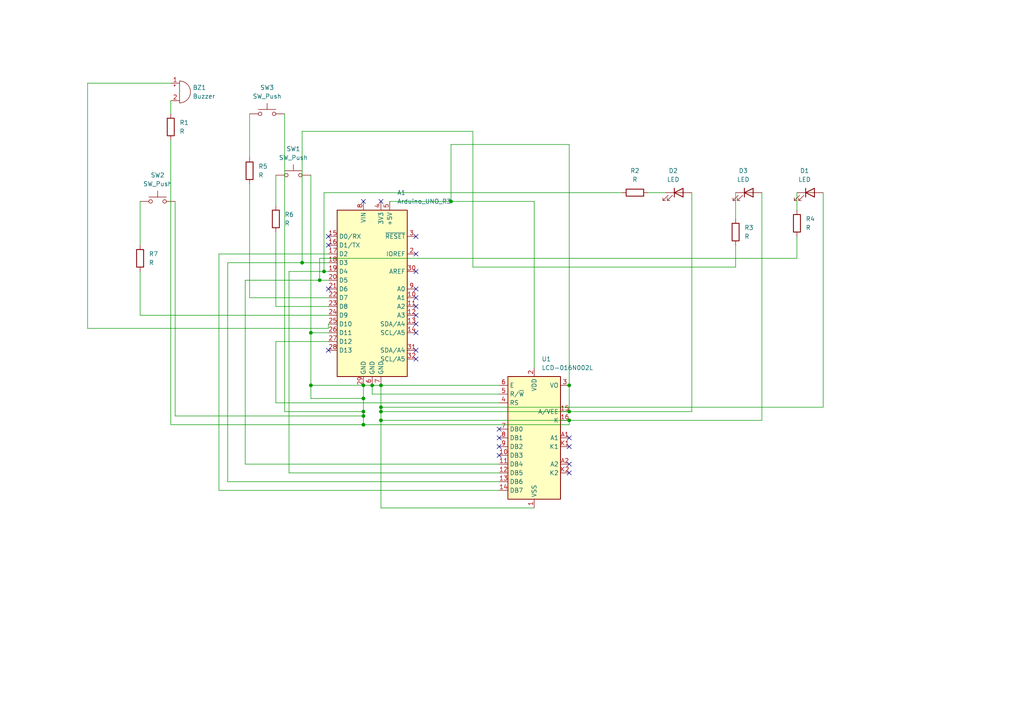
<source format=kicad_sch>
(kicad_sch
	(version 20250114)
	(generator "eeschema")
	(generator_version "9.0")
	(uuid "e22c9087-ad13-4851-829d-cb17547a13cd")
	(paper "A4")
	(lib_symbols
		(symbol "Device:Buzzer"
			(pin_names
				(offset 0.0254)
				(hide yes)
			)
			(exclude_from_sim no)
			(in_bom yes)
			(on_board yes)
			(property "Reference" "BZ"
				(at 3.81 1.27 0)
				(effects
					(font
						(size 1.27 1.27)
					)
					(justify left)
				)
			)
			(property "Value" "Buzzer"
				(at 3.81 -1.27 0)
				(effects
					(font
						(size 1.27 1.27)
					)
					(justify left)
				)
			)
			(property "Footprint" ""
				(at -0.635 2.54 90)
				(effects
					(font
						(size 1.27 1.27)
					)
					(hide yes)
				)
			)
			(property "Datasheet" "~"
				(at -0.635 2.54 90)
				(effects
					(font
						(size 1.27 1.27)
					)
					(hide yes)
				)
			)
			(property "Description" "Buzzer, polarized"
				(at 0 0 0)
				(effects
					(font
						(size 1.27 1.27)
					)
					(hide yes)
				)
			)
			(property "ki_keywords" "quartz resonator ceramic"
				(at 0 0 0)
				(effects
					(font
						(size 1.27 1.27)
					)
					(hide yes)
				)
			)
			(property "ki_fp_filters" "*Buzzer*"
				(at 0 0 0)
				(effects
					(font
						(size 1.27 1.27)
					)
					(hide yes)
				)
			)
			(symbol "Buzzer_0_1"
				(polyline
					(pts
						(xy -1.651 1.905) (xy -1.143 1.905)
					)
					(stroke
						(width 0)
						(type default)
					)
					(fill
						(type none)
					)
				)
				(polyline
					(pts
						(xy -1.397 2.159) (xy -1.397 1.651)
					)
					(stroke
						(width 0)
						(type default)
					)
					(fill
						(type none)
					)
				)
				(arc
					(start 0 3.175)
					(mid 3.1612 0)
					(end 0 -3.175)
					(stroke
						(width 0)
						(type default)
					)
					(fill
						(type none)
					)
				)
				(polyline
					(pts
						(xy 0 3.175) (xy 0 -3.175)
					)
					(stroke
						(width 0)
						(type default)
					)
					(fill
						(type none)
					)
				)
			)
			(symbol "Buzzer_1_1"
				(pin passive line
					(at -2.54 2.54 0)
					(length 2.54)
					(name "+"
						(effects
							(font
								(size 1.27 1.27)
							)
						)
					)
					(number "1"
						(effects
							(font
								(size 1.27 1.27)
							)
						)
					)
				)
				(pin passive line
					(at -2.54 -2.54 0)
					(length 2.54)
					(name "-"
						(effects
							(font
								(size 1.27 1.27)
							)
						)
					)
					(number "2"
						(effects
							(font
								(size 1.27 1.27)
							)
						)
					)
				)
			)
			(embedded_fonts no)
		)
		(symbol "Device:LED"
			(pin_numbers
				(hide yes)
			)
			(pin_names
				(offset 1.016)
				(hide yes)
			)
			(exclude_from_sim no)
			(in_bom yes)
			(on_board yes)
			(property "Reference" "D"
				(at 0 2.54 0)
				(effects
					(font
						(size 1.27 1.27)
					)
				)
			)
			(property "Value" "LED"
				(at 0 -2.54 0)
				(effects
					(font
						(size 1.27 1.27)
					)
				)
			)
			(property "Footprint" ""
				(at 0 0 0)
				(effects
					(font
						(size 1.27 1.27)
					)
					(hide yes)
				)
			)
			(property "Datasheet" "~"
				(at 0 0 0)
				(effects
					(font
						(size 1.27 1.27)
					)
					(hide yes)
				)
			)
			(property "Description" "Light emitting diode"
				(at 0 0 0)
				(effects
					(font
						(size 1.27 1.27)
					)
					(hide yes)
				)
			)
			(property "Sim.Pins" "1=K 2=A"
				(at 0 0 0)
				(effects
					(font
						(size 1.27 1.27)
					)
					(hide yes)
				)
			)
			(property "ki_keywords" "LED diode"
				(at 0 0 0)
				(effects
					(font
						(size 1.27 1.27)
					)
					(hide yes)
				)
			)
			(property "ki_fp_filters" "LED* LED_SMD:* LED_THT:*"
				(at 0 0 0)
				(effects
					(font
						(size 1.27 1.27)
					)
					(hide yes)
				)
			)
			(symbol "LED_0_1"
				(polyline
					(pts
						(xy -3.048 -0.762) (xy -4.572 -2.286) (xy -3.81 -2.286) (xy -4.572 -2.286) (xy -4.572 -1.524)
					)
					(stroke
						(width 0)
						(type default)
					)
					(fill
						(type none)
					)
				)
				(polyline
					(pts
						(xy -1.778 -0.762) (xy -3.302 -2.286) (xy -2.54 -2.286) (xy -3.302 -2.286) (xy -3.302 -1.524)
					)
					(stroke
						(width 0)
						(type default)
					)
					(fill
						(type none)
					)
				)
				(polyline
					(pts
						(xy -1.27 0) (xy 1.27 0)
					)
					(stroke
						(width 0)
						(type default)
					)
					(fill
						(type none)
					)
				)
				(polyline
					(pts
						(xy -1.27 -1.27) (xy -1.27 1.27)
					)
					(stroke
						(width 0.254)
						(type default)
					)
					(fill
						(type none)
					)
				)
				(polyline
					(pts
						(xy 1.27 -1.27) (xy 1.27 1.27) (xy -1.27 0) (xy 1.27 -1.27)
					)
					(stroke
						(width 0.254)
						(type default)
					)
					(fill
						(type none)
					)
				)
			)
			(symbol "LED_1_1"
				(pin passive line
					(at -3.81 0 0)
					(length 2.54)
					(name "K"
						(effects
							(font
								(size 1.27 1.27)
							)
						)
					)
					(number "1"
						(effects
							(font
								(size 1.27 1.27)
							)
						)
					)
				)
				(pin passive line
					(at 3.81 0 180)
					(length 2.54)
					(name "A"
						(effects
							(font
								(size 1.27 1.27)
							)
						)
					)
					(number "2"
						(effects
							(font
								(size 1.27 1.27)
							)
						)
					)
				)
			)
			(embedded_fonts no)
		)
		(symbol "Device:R"
			(pin_numbers
				(hide yes)
			)
			(pin_names
				(offset 0)
			)
			(exclude_from_sim no)
			(in_bom yes)
			(on_board yes)
			(property "Reference" "R"
				(at 2.032 0 90)
				(effects
					(font
						(size 1.27 1.27)
					)
				)
			)
			(property "Value" "R"
				(at 0 0 90)
				(effects
					(font
						(size 1.27 1.27)
					)
				)
			)
			(property "Footprint" ""
				(at -1.778 0 90)
				(effects
					(font
						(size 1.27 1.27)
					)
					(hide yes)
				)
			)
			(property "Datasheet" "~"
				(at 0 0 0)
				(effects
					(font
						(size 1.27 1.27)
					)
					(hide yes)
				)
			)
			(property "Description" "Resistor"
				(at 0 0 0)
				(effects
					(font
						(size 1.27 1.27)
					)
					(hide yes)
				)
			)
			(property "ki_keywords" "R res resistor"
				(at 0 0 0)
				(effects
					(font
						(size 1.27 1.27)
					)
					(hide yes)
				)
			)
			(property "ki_fp_filters" "R_*"
				(at 0 0 0)
				(effects
					(font
						(size 1.27 1.27)
					)
					(hide yes)
				)
			)
			(symbol "R_0_1"
				(rectangle
					(start -1.016 -2.54)
					(end 1.016 2.54)
					(stroke
						(width 0.254)
						(type default)
					)
					(fill
						(type none)
					)
				)
			)
			(symbol "R_1_1"
				(pin passive line
					(at 0 3.81 270)
					(length 1.27)
					(name "~"
						(effects
							(font
								(size 1.27 1.27)
							)
						)
					)
					(number "1"
						(effects
							(font
								(size 1.27 1.27)
							)
						)
					)
				)
				(pin passive line
					(at 0 -3.81 90)
					(length 1.27)
					(name "~"
						(effects
							(font
								(size 1.27 1.27)
							)
						)
					)
					(number "2"
						(effects
							(font
								(size 1.27 1.27)
							)
						)
					)
				)
			)
			(embedded_fonts no)
		)
		(symbol "Display_Character:LCD-016N002L"
			(exclude_from_sim no)
			(in_bom yes)
			(on_board yes)
			(property "Reference" "U"
				(at -6.35 18.796 0)
				(effects
					(font
						(size 1.27 1.27)
					)
				)
			)
			(property "Value" "LCD-016N002L"
				(at 8.636 18.796 0)
				(effects
					(font
						(size 1.27 1.27)
					)
				)
			)
			(property "Footprint" "Display:LCD-016N002L"
				(at 0.508 -23.368 0)
				(effects
					(font
						(size 1.27 1.27)
					)
					(hide yes)
				)
			)
			(property "Datasheet" "http://www.vishay.com/docs/37299/37299.pdf"
				(at 12.7 -7.62 0)
				(effects
					(font
						(size 1.27 1.27)
					)
					(hide yes)
				)
			)
			(property "Description" "LCD 12x2, 8 bit parallel bus, 3V or 5V VDD"
				(at 0 0 0)
				(effects
					(font
						(size 1.27 1.27)
					)
					(hide yes)
				)
			)
			(property "ki_keywords" "display LCD dot-matrix"
				(at 0 0 0)
				(effects
					(font
						(size 1.27 1.27)
					)
					(hide yes)
				)
			)
			(property "ki_fp_filters" "*LCD*016N002L*"
				(at 0 0 0)
				(effects
					(font
						(size 1.27 1.27)
					)
					(hide yes)
				)
			)
			(symbol "LCD-016N002L_1_1"
				(rectangle
					(start -7.62 17.78)
					(end 7.62 -17.78)
					(stroke
						(width 0.254)
						(type default)
					)
					(fill
						(type background)
					)
				)
				(pin input line
					(at -10.16 15.24 0)
					(length 2.54)
					(name "E"
						(effects
							(font
								(size 1.27 1.27)
							)
						)
					)
					(number "6"
						(effects
							(font
								(size 1.27 1.27)
							)
						)
					)
				)
				(pin input line
					(at -10.16 12.7 0)
					(length 2.54)
					(name "R/~{W}"
						(effects
							(font
								(size 1.27 1.27)
							)
						)
					)
					(number "5"
						(effects
							(font
								(size 1.27 1.27)
							)
						)
					)
				)
				(pin input line
					(at -10.16 10.16 0)
					(length 2.54)
					(name "RS"
						(effects
							(font
								(size 1.27 1.27)
							)
						)
					)
					(number "4"
						(effects
							(font
								(size 1.27 1.27)
							)
						)
					)
				)
				(pin bidirectional line
					(at -10.16 2.54 0)
					(length 2.54)
					(name "DB0"
						(effects
							(font
								(size 1.27 1.27)
							)
						)
					)
					(number "7"
						(effects
							(font
								(size 1.27 1.27)
							)
						)
					)
				)
				(pin bidirectional line
					(at -10.16 0 0)
					(length 2.54)
					(name "DB1"
						(effects
							(font
								(size 1.27 1.27)
							)
						)
					)
					(number "8"
						(effects
							(font
								(size 1.27 1.27)
							)
						)
					)
				)
				(pin bidirectional line
					(at -10.16 -2.54 0)
					(length 2.54)
					(name "DB2"
						(effects
							(font
								(size 1.27 1.27)
							)
						)
					)
					(number "9"
						(effects
							(font
								(size 1.27 1.27)
							)
						)
					)
				)
				(pin bidirectional line
					(at -10.16 -5.08 0)
					(length 2.54)
					(name "DB3"
						(effects
							(font
								(size 1.27 1.27)
							)
						)
					)
					(number "10"
						(effects
							(font
								(size 1.27 1.27)
							)
						)
					)
				)
				(pin bidirectional line
					(at -10.16 -7.62 0)
					(length 2.54)
					(name "DB4"
						(effects
							(font
								(size 1.27 1.27)
							)
						)
					)
					(number "11"
						(effects
							(font
								(size 1.27 1.27)
							)
						)
					)
				)
				(pin bidirectional line
					(at -10.16 -10.16 0)
					(length 2.54)
					(name "DB5"
						(effects
							(font
								(size 1.27 1.27)
							)
						)
					)
					(number "12"
						(effects
							(font
								(size 1.27 1.27)
							)
						)
					)
				)
				(pin bidirectional line
					(at -10.16 -12.7 0)
					(length 2.54)
					(name "DB6"
						(effects
							(font
								(size 1.27 1.27)
							)
						)
					)
					(number "13"
						(effects
							(font
								(size 1.27 1.27)
							)
						)
					)
				)
				(pin bidirectional line
					(at -10.16 -15.24 0)
					(length 2.54)
					(name "DB7"
						(effects
							(font
								(size 1.27 1.27)
							)
						)
					)
					(number "14"
						(effects
							(font
								(size 1.27 1.27)
							)
						)
					)
				)
				(pin power_in line
					(at 0 20.32 270)
					(length 2.54)
					(name "VDD"
						(effects
							(font
								(size 1.27 1.27)
							)
						)
					)
					(number "2"
						(effects
							(font
								(size 1.27 1.27)
							)
						)
					)
				)
				(pin power_in line
					(at 0 -20.32 90)
					(length 2.54)
					(name "VSS"
						(effects
							(font
								(size 1.27 1.27)
							)
						)
					)
					(number "1"
						(effects
							(font
								(size 1.27 1.27)
							)
						)
					)
				)
				(pin input line
					(at 10.16 15.24 180)
					(length 2.54)
					(name "VO"
						(effects
							(font
								(size 1.27 1.27)
							)
						)
					)
					(number "3"
						(effects
							(font
								(size 1.27 1.27)
							)
						)
					)
				)
				(pin power_in line
					(at 10.16 7.62 180)
					(length 2.54)
					(name "A/VEE"
						(effects
							(font
								(size 1.27 1.27)
							)
						)
					)
					(number "15"
						(effects
							(font
								(size 1.27 1.27)
							)
						)
					)
				)
				(pin power_in line
					(at 10.16 5.08 180)
					(length 2.54)
					(name "K"
						(effects
							(font
								(size 1.27 1.27)
							)
						)
					)
					(number "16"
						(effects
							(font
								(size 1.27 1.27)
							)
						)
					)
				)
				(pin power_in line
					(at 10.16 0 180)
					(length 2.54)
					(name "A1"
						(effects
							(font
								(size 1.27 1.27)
							)
						)
					)
					(number "A1"
						(effects
							(font
								(size 1.27 1.27)
							)
						)
					)
				)
				(pin power_in line
					(at 10.16 -2.54 180)
					(length 2.54)
					(name "K1"
						(effects
							(font
								(size 1.27 1.27)
							)
						)
					)
					(number "K1"
						(effects
							(font
								(size 1.27 1.27)
							)
						)
					)
				)
				(pin power_in line
					(at 10.16 -7.62 180)
					(length 2.54)
					(name "A2"
						(effects
							(font
								(size 1.27 1.27)
							)
						)
					)
					(number "A2"
						(effects
							(font
								(size 1.27 1.27)
							)
						)
					)
				)
				(pin power_in line
					(at 10.16 -10.16 180)
					(length 2.54)
					(name "K2"
						(effects
							(font
								(size 1.27 1.27)
							)
						)
					)
					(number "K2"
						(effects
							(font
								(size 1.27 1.27)
							)
						)
					)
				)
			)
			(embedded_fonts no)
		)
		(symbol "MCU_Module:Arduino_UNO_R3"
			(exclude_from_sim no)
			(in_bom yes)
			(on_board yes)
			(property "Reference" "A"
				(at -10.16 23.495 0)
				(effects
					(font
						(size 1.27 1.27)
					)
					(justify left bottom)
				)
			)
			(property "Value" "Arduino_UNO_R3"
				(at 5.08 -26.67 0)
				(effects
					(font
						(size 1.27 1.27)
					)
					(justify left top)
				)
			)
			(property "Footprint" "Module:Arduino_UNO_R3"
				(at 0 0 0)
				(effects
					(font
						(size 1.27 1.27)
						(italic yes)
					)
					(hide yes)
				)
			)
			(property "Datasheet" "https://www.arduino.cc/en/Main/arduinoBoardUno"
				(at 0 0 0)
				(effects
					(font
						(size 1.27 1.27)
					)
					(hide yes)
				)
			)
			(property "Description" "Arduino UNO Microcontroller Module, release 3"
				(at 0 0 0)
				(effects
					(font
						(size 1.27 1.27)
					)
					(hide yes)
				)
			)
			(property "ki_keywords" "Arduino UNO R3 Microcontroller Module Atmel AVR USB"
				(at 0 0 0)
				(effects
					(font
						(size 1.27 1.27)
					)
					(hide yes)
				)
			)
			(property "ki_fp_filters" "Arduino*UNO*R3*"
				(at 0 0 0)
				(effects
					(font
						(size 1.27 1.27)
					)
					(hide yes)
				)
			)
			(symbol "Arduino_UNO_R3_0_1"
				(rectangle
					(start -10.16 22.86)
					(end 10.16 -25.4)
					(stroke
						(width 0.254)
						(type default)
					)
					(fill
						(type background)
					)
				)
			)
			(symbol "Arduino_UNO_R3_1_1"
				(pin bidirectional line
					(at -12.7 15.24 0)
					(length 2.54)
					(name "D0/RX"
						(effects
							(font
								(size 1.27 1.27)
							)
						)
					)
					(number "15"
						(effects
							(font
								(size 1.27 1.27)
							)
						)
					)
				)
				(pin bidirectional line
					(at -12.7 12.7 0)
					(length 2.54)
					(name "D1/TX"
						(effects
							(font
								(size 1.27 1.27)
							)
						)
					)
					(number "16"
						(effects
							(font
								(size 1.27 1.27)
							)
						)
					)
				)
				(pin bidirectional line
					(at -12.7 10.16 0)
					(length 2.54)
					(name "D2"
						(effects
							(font
								(size 1.27 1.27)
							)
						)
					)
					(number "17"
						(effects
							(font
								(size 1.27 1.27)
							)
						)
					)
				)
				(pin bidirectional line
					(at -12.7 7.62 0)
					(length 2.54)
					(name "D3"
						(effects
							(font
								(size 1.27 1.27)
							)
						)
					)
					(number "18"
						(effects
							(font
								(size 1.27 1.27)
							)
						)
					)
				)
				(pin bidirectional line
					(at -12.7 5.08 0)
					(length 2.54)
					(name "D4"
						(effects
							(font
								(size 1.27 1.27)
							)
						)
					)
					(number "19"
						(effects
							(font
								(size 1.27 1.27)
							)
						)
					)
				)
				(pin bidirectional line
					(at -12.7 2.54 0)
					(length 2.54)
					(name "D5"
						(effects
							(font
								(size 1.27 1.27)
							)
						)
					)
					(number "20"
						(effects
							(font
								(size 1.27 1.27)
							)
						)
					)
				)
				(pin bidirectional line
					(at -12.7 0 0)
					(length 2.54)
					(name "D6"
						(effects
							(font
								(size 1.27 1.27)
							)
						)
					)
					(number "21"
						(effects
							(font
								(size 1.27 1.27)
							)
						)
					)
				)
				(pin bidirectional line
					(at -12.7 -2.54 0)
					(length 2.54)
					(name "D7"
						(effects
							(font
								(size 1.27 1.27)
							)
						)
					)
					(number "22"
						(effects
							(font
								(size 1.27 1.27)
							)
						)
					)
				)
				(pin bidirectional line
					(at -12.7 -5.08 0)
					(length 2.54)
					(name "D8"
						(effects
							(font
								(size 1.27 1.27)
							)
						)
					)
					(number "23"
						(effects
							(font
								(size 1.27 1.27)
							)
						)
					)
				)
				(pin bidirectional line
					(at -12.7 -7.62 0)
					(length 2.54)
					(name "D9"
						(effects
							(font
								(size 1.27 1.27)
							)
						)
					)
					(number "24"
						(effects
							(font
								(size 1.27 1.27)
							)
						)
					)
				)
				(pin bidirectional line
					(at -12.7 -10.16 0)
					(length 2.54)
					(name "D10"
						(effects
							(font
								(size 1.27 1.27)
							)
						)
					)
					(number "25"
						(effects
							(font
								(size 1.27 1.27)
							)
						)
					)
				)
				(pin bidirectional line
					(at -12.7 -12.7 0)
					(length 2.54)
					(name "D11"
						(effects
							(font
								(size 1.27 1.27)
							)
						)
					)
					(number "26"
						(effects
							(font
								(size 1.27 1.27)
							)
						)
					)
				)
				(pin bidirectional line
					(at -12.7 -15.24 0)
					(length 2.54)
					(name "D12"
						(effects
							(font
								(size 1.27 1.27)
							)
						)
					)
					(number "27"
						(effects
							(font
								(size 1.27 1.27)
							)
						)
					)
				)
				(pin bidirectional line
					(at -12.7 -17.78 0)
					(length 2.54)
					(name "D13"
						(effects
							(font
								(size 1.27 1.27)
							)
						)
					)
					(number "28"
						(effects
							(font
								(size 1.27 1.27)
							)
						)
					)
				)
				(pin no_connect line
					(at -10.16 -20.32 0)
					(length 2.54)
					(hide yes)
					(name "NC"
						(effects
							(font
								(size 1.27 1.27)
							)
						)
					)
					(number "1"
						(effects
							(font
								(size 1.27 1.27)
							)
						)
					)
				)
				(pin power_in line
					(at -2.54 25.4 270)
					(length 2.54)
					(name "VIN"
						(effects
							(font
								(size 1.27 1.27)
							)
						)
					)
					(number "8"
						(effects
							(font
								(size 1.27 1.27)
							)
						)
					)
				)
				(pin power_in line
					(at -2.54 -27.94 90)
					(length 2.54)
					(name "GND"
						(effects
							(font
								(size 1.27 1.27)
							)
						)
					)
					(number "29"
						(effects
							(font
								(size 1.27 1.27)
							)
						)
					)
				)
				(pin power_in line
					(at 0 -27.94 90)
					(length 2.54)
					(name "GND"
						(effects
							(font
								(size 1.27 1.27)
							)
						)
					)
					(number "6"
						(effects
							(font
								(size 1.27 1.27)
							)
						)
					)
				)
				(pin power_out line
					(at 2.54 25.4 270)
					(length 2.54)
					(name "3V3"
						(effects
							(font
								(size 1.27 1.27)
							)
						)
					)
					(number "4"
						(effects
							(font
								(size 1.27 1.27)
							)
						)
					)
				)
				(pin power_in line
					(at 2.54 -27.94 90)
					(length 2.54)
					(name "GND"
						(effects
							(font
								(size 1.27 1.27)
							)
						)
					)
					(number "7"
						(effects
							(font
								(size 1.27 1.27)
							)
						)
					)
				)
				(pin power_out line
					(at 5.08 25.4 270)
					(length 2.54)
					(name "+5V"
						(effects
							(font
								(size 1.27 1.27)
							)
						)
					)
					(number "5"
						(effects
							(font
								(size 1.27 1.27)
							)
						)
					)
				)
				(pin input line
					(at 12.7 15.24 180)
					(length 2.54)
					(name "~{RESET}"
						(effects
							(font
								(size 1.27 1.27)
							)
						)
					)
					(number "3"
						(effects
							(font
								(size 1.27 1.27)
							)
						)
					)
				)
				(pin output line
					(at 12.7 10.16 180)
					(length 2.54)
					(name "IOREF"
						(effects
							(font
								(size 1.27 1.27)
							)
						)
					)
					(number "2"
						(effects
							(font
								(size 1.27 1.27)
							)
						)
					)
				)
				(pin input line
					(at 12.7 5.08 180)
					(length 2.54)
					(name "AREF"
						(effects
							(font
								(size 1.27 1.27)
							)
						)
					)
					(number "30"
						(effects
							(font
								(size 1.27 1.27)
							)
						)
					)
				)
				(pin bidirectional line
					(at 12.7 0 180)
					(length 2.54)
					(name "A0"
						(effects
							(font
								(size 1.27 1.27)
							)
						)
					)
					(number "9"
						(effects
							(font
								(size 1.27 1.27)
							)
						)
					)
				)
				(pin bidirectional line
					(at 12.7 -2.54 180)
					(length 2.54)
					(name "A1"
						(effects
							(font
								(size 1.27 1.27)
							)
						)
					)
					(number "10"
						(effects
							(font
								(size 1.27 1.27)
							)
						)
					)
				)
				(pin bidirectional line
					(at 12.7 -5.08 180)
					(length 2.54)
					(name "A2"
						(effects
							(font
								(size 1.27 1.27)
							)
						)
					)
					(number "11"
						(effects
							(font
								(size 1.27 1.27)
							)
						)
					)
				)
				(pin bidirectional line
					(at 12.7 -7.62 180)
					(length 2.54)
					(name "A3"
						(effects
							(font
								(size 1.27 1.27)
							)
						)
					)
					(number "12"
						(effects
							(font
								(size 1.27 1.27)
							)
						)
					)
				)
				(pin bidirectional line
					(at 12.7 -10.16 180)
					(length 2.54)
					(name "SDA/A4"
						(effects
							(font
								(size 1.27 1.27)
							)
						)
					)
					(number "13"
						(effects
							(font
								(size 1.27 1.27)
							)
						)
					)
				)
				(pin bidirectional line
					(at 12.7 -12.7 180)
					(length 2.54)
					(name "SCL/A5"
						(effects
							(font
								(size 1.27 1.27)
							)
						)
					)
					(number "14"
						(effects
							(font
								(size 1.27 1.27)
							)
						)
					)
				)
				(pin bidirectional line
					(at 12.7 -17.78 180)
					(length 2.54)
					(name "SDA/A4"
						(effects
							(font
								(size 1.27 1.27)
							)
						)
					)
					(number "31"
						(effects
							(font
								(size 1.27 1.27)
							)
						)
					)
				)
				(pin bidirectional line
					(at 12.7 -20.32 180)
					(length 2.54)
					(name "SCL/A5"
						(effects
							(font
								(size 1.27 1.27)
							)
						)
					)
					(number "32"
						(effects
							(font
								(size 1.27 1.27)
							)
						)
					)
				)
			)
			(embedded_fonts no)
		)
		(symbol "Switch:SW_Push"
			(pin_numbers
				(hide yes)
			)
			(pin_names
				(offset 1.016)
				(hide yes)
			)
			(exclude_from_sim no)
			(in_bom yes)
			(on_board yes)
			(property "Reference" "SW"
				(at 1.27 2.54 0)
				(effects
					(font
						(size 1.27 1.27)
					)
					(justify left)
				)
			)
			(property "Value" "SW_Push"
				(at 0 -1.524 0)
				(effects
					(font
						(size 1.27 1.27)
					)
				)
			)
			(property "Footprint" ""
				(at 0 5.08 0)
				(effects
					(font
						(size 1.27 1.27)
					)
					(hide yes)
				)
			)
			(property "Datasheet" "~"
				(at 0 5.08 0)
				(effects
					(font
						(size 1.27 1.27)
					)
					(hide yes)
				)
			)
			(property "Description" "Push button switch, generic, two pins"
				(at 0 0 0)
				(effects
					(font
						(size 1.27 1.27)
					)
					(hide yes)
				)
			)
			(property "ki_keywords" "switch normally-open pushbutton push-button"
				(at 0 0 0)
				(effects
					(font
						(size 1.27 1.27)
					)
					(hide yes)
				)
			)
			(symbol "SW_Push_0_1"
				(circle
					(center -2.032 0)
					(radius 0.508)
					(stroke
						(width 0)
						(type default)
					)
					(fill
						(type none)
					)
				)
				(polyline
					(pts
						(xy 0 1.27) (xy 0 3.048)
					)
					(stroke
						(width 0)
						(type default)
					)
					(fill
						(type none)
					)
				)
				(circle
					(center 2.032 0)
					(radius 0.508)
					(stroke
						(width 0)
						(type default)
					)
					(fill
						(type none)
					)
				)
				(polyline
					(pts
						(xy 2.54 1.27) (xy -2.54 1.27)
					)
					(stroke
						(width 0)
						(type default)
					)
					(fill
						(type none)
					)
				)
				(pin passive line
					(at -5.08 0 0)
					(length 2.54)
					(name "1"
						(effects
							(font
								(size 1.27 1.27)
							)
						)
					)
					(number "1"
						(effects
							(font
								(size 1.27 1.27)
							)
						)
					)
				)
				(pin passive line
					(at 5.08 0 180)
					(length 2.54)
					(name "2"
						(effects
							(font
								(size 1.27 1.27)
							)
						)
					)
					(number "2"
						(effects
							(font
								(size 1.27 1.27)
							)
						)
					)
				)
			)
			(embedded_fonts no)
		)
	)
	(junction
		(at 105.41 111.76)
		(diameter 0)
		(color 0 0 0 0)
		(uuid "058ecda7-3302-4478-a87d-da4884314551")
	)
	(junction
		(at 165.1 111.76)
		(diameter 0)
		(color 0 0 0 0)
		(uuid "086ef091-bcb1-4193-8230-9dc4e37b6b75")
	)
	(junction
		(at 110.49 119.38)
		(diameter 0)
		(color 0 0 0 0)
		(uuid "095c318c-deda-4272-831a-18457fb21c45")
	)
	(junction
		(at 105.41 123.19)
		(diameter 0)
		(color 0 0 0 0)
		(uuid "1d2815dc-b1d0-4852-a838-8bcc3e2ea459")
	)
	(junction
		(at 90.17 96.52)
		(diameter 0)
		(color 0 0 0 0)
		(uuid "1eef1e04-b2c6-447e-a6e8-8c6126e525d2")
	)
	(junction
		(at 130.81 58.42)
		(diameter 0)
		(color 0 0 0 0)
		(uuid "346cd311-a11f-4c0e-b758-5f95c0a78edf")
	)
	(junction
		(at 165.1 121.92)
		(diameter 0)
		(color 0 0 0 0)
		(uuid "36767c6a-9d9e-40a0-8e3d-c74c7e48fa91")
	)
	(junction
		(at 110.49 118.11)
		(diameter 0)
		(color 0 0 0 0)
		(uuid "3c32b2d1-3b8d-41bd-9918-aa1329827206")
	)
	(junction
		(at 87.63 76.2)
		(diameter 0)
		(color 0 0 0 0)
		(uuid "5659559e-7068-4bba-a896-83358ecb762e")
	)
	(junction
		(at 92.71 81.28)
		(diameter 0)
		(color 0 0 0 0)
		(uuid "8a6094d4-5a21-4241-aec8-e5695eeaab0f")
	)
	(junction
		(at 105.41 120.65)
		(diameter 0)
		(color 0 0 0 0)
		(uuid "8d79381f-0518-49a1-8a06-6e40d14b9195")
	)
	(junction
		(at 107.95 111.76)
		(diameter 0)
		(color 0 0 0 0)
		(uuid "915f485e-1496-40af-9da8-f1a4c21cdb05")
	)
	(junction
		(at 110.49 111.76)
		(diameter 0)
		(color 0 0 0 0)
		(uuid "a04afe86-1ee1-4041-9689-73b1270264b3")
	)
	(junction
		(at 110.49 121.92)
		(diameter 0)
		(color 0 0 0 0)
		(uuid "a3bd250c-46a5-4ef7-9fef-242f7fb92e66")
	)
	(junction
		(at 90.17 111.76)
		(diameter 0)
		(color 0 0 0 0)
		(uuid "a4a27cc4-2714-4a74-9d5b-8d105b65d5ed")
	)
	(junction
		(at 105.41 119.38)
		(diameter 0)
		(color 0 0 0 0)
		(uuid "b172dc14-0131-4f62-b59b-79cd946c8c18")
	)
	(junction
		(at 165.1 119.38)
		(diameter 0)
		(color 0 0 0 0)
		(uuid "b34148a2-2139-406e-8341-863b49f65d76")
	)
	(junction
		(at 105.41 115.57)
		(diameter 0)
		(color 0 0 0 0)
		(uuid "bad9bb5b-92d3-45e3-83e6-d064cc5e3bfa")
	)
	(junction
		(at 93.98 78.74)
		(diameter 0)
		(color 0 0 0 0)
		(uuid "c83cd1d1-5b0f-4d9b-afc0-b7e3ff080fc4")
	)
	(no_connect
		(at 144.78 132.08)
		(uuid "002c33f4-1f3f-4a41-ab8f-c805b11a78c7")
	)
	(no_connect
		(at 144.78 129.54)
		(uuid "01b829da-64a0-4ace-8b6f-55e92f4256b8")
	)
	(no_connect
		(at 95.25 68.58)
		(uuid "133f993d-1847-4325-bf9f-b3f347a2b59b")
	)
	(no_connect
		(at 165.1 137.16)
		(uuid "13e8a21c-f8cf-408d-9fdb-dccc6810d136")
	)
	(no_connect
		(at 144.78 124.46)
		(uuid "140cfb17-a744-40b2-8ae0-e74849154b80")
	)
	(no_connect
		(at 120.65 83.82)
		(uuid "2a0ff658-11f0-457a-9476-f932d9d30fb4")
	)
	(no_connect
		(at 110.49 58.42)
		(uuid "2c3d42f5-2bcc-405a-8075-13f31857bd04")
	)
	(no_connect
		(at 165.1 129.54)
		(uuid "3057401e-f264-4872-95cb-045eef2900ed")
	)
	(no_connect
		(at 165.1 127)
		(uuid "427e100e-ec21-4e2b-b293-bad0938dd2fa")
	)
	(no_connect
		(at 95.25 101.6)
		(uuid "4a4e1690-05ca-407e-8258-6e876372bb3e")
	)
	(no_connect
		(at 165.1 134.62)
		(uuid "69c113cd-3d09-4356-8002-4c52f5003686")
	)
	(no_connect
		(at 120.65 73.66)
		(uuid "72043246-181a-48f6-a53b-9534f366d335")
	)
	(no_connect
		(at 120.65 91.44)
		(uuid "78ceade1-cc8b-462e-a763-713e716500f7")
	)
	(no_connect
		(at 105.41 58.42)
		(uuid "7ab9a004-c979-4c88-ab07-308457a92574")
	)
	(no_connect
		(at 120.65 78.74)
		(uuid "8b4b98ea-3235-4f0a-addf-5a85a223889d")
	)
	(no_connect
		(at 120.65 86.36)
		(uuid "9d7de521-ba36-4edc-bc5c-90002048d640")
	)
	(no_connect
		(at 144.78 127)
		(uuid "a4c284dd-43a0-461a-9615-759135162a7f")
	)
	(no_connect
		(at 120.65 96.52)
		(uuid "a986f8dc-63b4-4308-8c6b-8ce985e14e69")
	)
	(no_connect
		(at 95.25 71.12)
		(uuid "ab1ab179-238b-4424-94bf-f348462ea53c")
	)
	(no_connect
		(at 120.65 104.14)
		(uuid "ab4a2d68-8a3c-46a9-be6f-d670dd72698b")
	)
	(no_connect
		(at 95.25 83.82)
		(uuid "c8936588-266b-4ec3-b244-3820bcfec3a9")
	)
	(no_connect
		(at 120.65 68.58)
		(uuid "e1a41544-b5c0-40dd-bcc9-f320284964d2")
	)
	(no_connect
		(at 120.65 88.9)
		(uuid "e23736c8-8b3b-44cf-9769-e8393948d3f0")
	)
	(no_connect
		(at 120.65 93.98)
		(uuid "f43a963e-ed3a-4be7-8169-6ae1c2b8d005")
	)
	(no_connect
		(at 120.65 101.6)
		(uuid "f7070fd9-098c-4ec8-8075-abf9a349cbdd")
	)
	(wire
		(pts
			(xy 165.1 119.38) (xy 165.1 111.76)
		)
		(stroke
			(width 0)
			(type default)
		)
		(uuid "01333baf-171a-4dc7-be6d-eec87a794ca5")
	)
	(wire
		(pts
			(xy 66.04 76.2) (xy 87.63 76.2)
		)
		(stroke
			(width 0)
			(type default)
		)
		(uuid "030becd9-351e-4803-9288-601b94c4748f")
	)
	(wire
		(pts
			(xy 72.39 86.36) (xy 95.25 86.36)
		)
		(stroke
			(width 0)
			(type default)
		)
		(uuid "03997b92-f58d-4f5b-803c-6c93d251573a")
	)
	(wire
		(pts
			(xy 83.82 137.16) (xy 83.82 78.74)
		)
		(stroke
			(width 0)
			(type default)
		)
		(uuid "08859370-a2bf-48a2-8483-4fa1ef3c9a02")
	)
	(wire
		(pts
			(xy 90.17 115.57) (xy 105.41 115.57)
		)
		(stroke
			(width 0)
			(type default)
		)
		(uuid "09e7e013-29a0-4333-b3a3-3ca9bb5735c1")
	)
	(wire
		(pts
			(xy 144.78 134.62) (xy 71.12 134.62)
		)
		(stroke
			(width 0)
			(type default)
		)
		(uuid "0a3b8871-dc9a-46c1-a0f8-dceac31eb132")
	)
	(wire
		(pts
			(xy 49.53 123.19) (xy 105.41 123.19)
		)
		(stroke
			(width 0)
			(type default)
		)
		(uuid "131d5ad8-e437-41cc-8949-9b5735f588d8")
	)
	(wire
		(pts
			(xy 137.16 77.47) (xy 137.16 38.1)
		)
		(stroke
			(width 0)
			(type default)
		)
		(uuid "1a90b995-16b0-4bf4-85cb-4b3bf32bef9e")
	)
	(wire
		(pts
			(xy 110.49 118.11) (xy 110.49 111.76)
		)
		(stroke
			(width 0)
			(type default)
		)
		(uuid "24814b97-2da7-4807-a2ab-60721da52c7b")
	)
	(wire
		(pts
			(xy 144.78 114.3) (xy 107.95 114.3)
		)
		(stroke
			(width 0)
			(type default)
		)
		(uuid "27daa7cd-1b47-4e54-8158-0cbc7ce4df26")
	)
	(wire
		(pts
			(xy 180.34 55.88) (xy 93.98 55.88)
		)
		(stroke
			(width 0)
			(type default)
		)
		(uuid "289842ca-a19b-45ba-8dde-b3aff10fcf97")
	)
	(wire
		(pts
			(xy 71.12 134.62) (xy 71.12 81.28)
		)
		(stroke
			(width 0)
			(type default)
		)
		(uuid "33eae008-eaa9-4f0e-8436-a3ef1330127d")
	)
	(wire
		(pts
			(xy 87.63 76.2) (xy 95.25 76.2)
		)
		(stroke
			(width 0)
			(type default)
		)
		(uuid "358930e8-c6fc-49a5-8a22-f9bb79bfe812")
	)
	(wire
		(pts
			(xy 105.41 111.76) (xy 90.17 111.76)
		)
		(stroke
			(width 0)
			(type default)
		)
		(uuid "377358b1-d46c-496a-87b9-d7fb6681f5c9")
	)
	(wire
		(pts
			(xy 90.17 96.52) (xy 90.17 111.76)
		)
		(stroke
			(width 0)
			(type default)
		)
		(uuid "3a53bfb6-f13f-455f-9460-28ac9e61cc09")
	)
	(wire
		(pts
			(xy 72.39 33.02) (xy 72.39 45.72)
		)
		(stroke
			(width 0)
			(type default)
		)
		(uuid "3e72655a-98d3-4582-a016-2d8a17b979f8")
	)
	(wire
		(pts
			(xy 63.5 73.66) (xy 95.25 73.66)
		)
		(stroke
			(width 0)
			(type default)
		)
		(uuid "3ed1bb42-07e6-47b7-9ad8-6dafd6c9c58a")
	)
	(wire
		(pts
			(xy 105.41 123.19) (xy 105.41 120.65)
		)
		(stroke
			(width 0)
			(type default)
		)
		(uuid "403d46b9-6700-437a-a719-d72a329161b2")
	)
	(wire
		(pts
			(xy 220.98 55.88) (xy 220.98 121.92)
		)
		(stroke
			(width 0)
			(type default)
		)
		(uuid "425a607d-36d5-492e-acba-8ed5038544db")
	)
	(wire
		(pts
			(xy 25.4 95.25) (xy 95.25 95.25)
		)
		(stroke
			(width 0)
			(type default)
		)
		(uuid "4532a013-640a-419e-bb94-1593fb50b298")
	)
	(wire
		(pts
			(xy 165.1 111.76) (xy 165.1 41.91)
		)
		(stroke
			(width 0)
			(type default)
		)
		(uuid "463503b3-f930-45b7-8f71-74ecd95b94ed")
	)
	(wire
		(pts
			(xy 231.14 68.58) (xy 231.14 74.93)
		)
		(stroke
			(width 0)
			(type default)
		)
		(uuid "47c9f673-1490-4be6-9740-2418543a0250")
	)
	(wire
		(pts
			(xy 110.49 147.32) (xy 110.49 121.92)
		)
		(stroke
			(width 0)
			(type default)
		)
		(uuid "48bea58e-b528-42f6-9f46-a99ff1b88458")
	)
	(wire
		(pts
			(xy 154.94 58.42) (xy 130.81 58.42)
		)
		(stroke
			(width 0)
			(type default)
		)
		(uuid "497bdf61-51de-4658-9833-ec766a84500d")
	)
	(wire
		(pts
			(xy 63.5 142.24) (xy 63.5 73.66)
		)
		(stroke
			(width 0)
			(type default)
		)
		(uuid "4adff359-120a-4fe4-8e22-6144fd8d9393")
	)
	(wire
		(pts
			(xy 110.49 119.38) (xy 165.1 119.38)
		)
		(stroke
			(width 0)
			(type default)
		)
		(uuid "4b3704e0-09ad-4221-abee-fe10e8891097")
	)
	(wire
		(pts
			(xy 130.81 41.91) (xy 130.81 58.42)
		)
		(stroke
			(width 0)
			(type default)
		)
		(uuid "4c6281e3-1550-474d-977b-3f984907958b")
	)
	(wire
		(pts
			(xy 25.4 24.13) (xy 25.4 95.25)
		)
		(stroke
			(width 0)
			(type default)
		)
		(uuid "4e09b802-f224-4b68-bc95-314acc620ba6")
	)
	(wire
		(pts
			(xy 165.1 121.92) (xy 165.1 123.19)
		)
		(stroke
			(width 0)
			(type default)
		)
		(uuid "4fdb6093-c4cc-4cb9-98a9-35ae9410b614")
	)
	(wire
		(pts
			(xy 87.63 38.1) (xy 137.16 38.1)
		)
		(stroke
			(width 0)
			(type default)
		)
		(uuid "5062a74c-fb3a-451a-a9bd-96a79783bbf3")
	)
	(wire
		(pts
			(xy 92.71 74.93) (xy 92.71 81.28)
		)
		(stroke
			(width 0)
			(type default)
		)
		(uuid "5ab41705-8064-43aa-b8e3-7af358a77e8f")
	)
	(wire
		(pts
			(xy 110.49 119.38) (xy 110.49 118.11)
		)
		(stroke
			(width 0)
			(type default)
		)
		(uuid "5c42e4df-2873-449d-bd08-39585ad5e757")
	)
	(wire
		(pts
			(xy 144.78 137.16) (xy 83.82 137.16)
		)
		(stroke
			(width 0)
			(type default)
		)
		(uuid "6144f8f4-2363-493a-8890-4f9ddb25d092")
	)
	(wire
		(pts
			(xy 144.78 139.7) (xy 66.04 139.7)
		)
		(stroke
			(width 0)
			(type default)
		)
		(uuid "61ece11a-014f-49d1-9026-e0690e20e3df")
	)
	(wire
		(pts
			(xy 105.41 119.38) (xy 105.41 115.57)
		)
		(stroke
			(width 0)
			(type default)
		)
		(uuid "62059622-8dd6-4642-a5d9-49e6063945aa")
	)
	(wire
		(pts
			(xy 80.01 88.9) (xy 80.01 67.31)
		)
		(stroke
			(width 0)
			(type default)
		)
		(uuid "652d4820-c961-4beb-a943-a98f6489c22b")
	)
	(wire
		(pts
			(xy 213.36 77.47) (xy 137.16 77.47)
		)
		(stroke
			(width 0)
			(type default)
		)
		(uuid "696c4286-9f0d-4f1a-a711-79a8bb3777ee")
	)
	(wire
		(pts
			(xy 231.14 55.88) (xy 231.14 60.96)
		)
		(stroke
			(width 0)
			(type default)
		)
		(uuid "6f50121b-2709-44ab-9857-9feb08aa34fd")
	)
	(wire
		(pts
			(xy 95.25 88.9) (xy 80.01 88.9)
		)
		(stroke
			(width 0)
			(type default)
		)
		(uuid "6fa44c81-e75d-4dd9-841a-bd0c4f1cf548")
	)
	(wire
		(pts
			(xy 90.17 50.8) (xy 90.17 96.52)
		)
		(stroke
			(width 0)
			(type default)
		)
		(uuid "7021023e-c311-43d9-b235-591d23ea99de")
	)
	(wire
		(pts
			(xy 71.12 81.28) (xy 92.71 81.28)
		)
		(stroke
			(width 0)
			(type default)
		)
		(uuid "71deb75f-8509-4551-849c-e91a2dca81b3")
	)
	(wire
		(pts
			(xy 93.98 55.88) (xy 93.98 78.74)
		)
		(stroke
			(width 0)
			(type default)
		)
		(uuid "723f2d91-e4b8-4623-ae2f-11c2054aee74")
	)
	(wire
		(pts
			(xy 238.76 55.88) (xy 238.76 118.11)
		)
		(stroke
			(width 0)
			(type default)
		)
		(uuid "74df5772-fca2-40b7-a400-d2afbce12e46")
	)
	(wire
		(pts
			(xy 110.49 121.92) (xy 110.49 119.38)
		)
		(stroke
			(width 0)
			(type default)
		)
		(uuid "7622f6fe-0c02-4d4c-8f6c-5ff90a0ab698")
	)
	(wire
		(pts
			(xy 83.82 78.74) (xy 93.98 78.74)
		)
		(stroke
			(width 0)
			(type default)
		)
		(uuid "7887398a-bd1f-4517-8504-7c1245523a6a")
	)
	(wire
		(pts
			(xy 213.36 55.88) (xy 213.36 63.5)
		)
		(stroke
			(width 0)
			(type default)
		)
		(uuid "789747f5-99e4-4d2e-b400-fa2f6aeb305a")
	)
	(wire
		(pts
			(xy 213.36 71.12) (xy 213.36 77.47)
		)
		(stroke
			(width 0)
			(type default)
		)
		(uuid "7a80b44a-ed45-4544-92f7-18959930bdb1")
	)
	(wire
		(pts
			(xy 90.17 96.52) (xy 95.25 96.52)
		)
		(stroke
			(width 0)
			(type default)
		)
		(uuid "81861aea-7de5-480e-ad57-15472cf9ae01")
	)
	(wire
		(pts
			(xy 187.96 55.88) (xy 193.04 55.88)
		)
		(stroke
			(width 0)
			(type default)
		)
		(uuid "898baced-cb25-464b-ae9a-7cc1d12293dc")
	)
	(wire
		(pts
			(xy 50.8 120.65) (xy 105.41 120.65)
		)
		(stroke
			(width 0)
			(type default)
		)
		(uuid "8ad6495f-f378-466c-a7a5-23216fc8e410")
	)
	(wire
		(pts
			(xy 110.49 111.76) (xy 107.95 111.76)
		)
		(stroke
			(width 0)
			(type default)
		)
		(uuid "8c060a60-b2e8-4364-85b3-28a6ab199d5a")
	)
	(wire
		(pts
			(xy 165.1 119.38) (xy 200.66 119.38)
		)
		(stroke
			(width 0)
			(type default)
		)
		(uuid "90ed2f9a-8a78-416e-873e-0271e385ed90")
	)
	(wire
		(pts
			(xy 82.55 33.02) (xy 82.55 119.38)
		)
		(stroke
			(width 0)
			(type default)
		)
		(uuid "94630fe5-fbe4-4fc5-aa5e-42e4ce39c26f")
	)
	(wire
		(pts
			(xy 93.98 78.74) (xy 95.25 78.74)
		)
		(stroke
			(width 0)
			(type default)
		)
		(uuid "94d3503b-77a3-4646-889c-87dce23c373c")
	)
	(wire
		(pts
			(xy 95.25 95.25) (xy 95.25 93.98)
		)
		(stroke
			(width 0)
			(type default)
		)
		(uuid "9c6339d8-326f-48f7-8407-30245fa5de22")
	)
	(wire
		(pts
			(xy 72.39 53.34) (xy 72.39 86.36)
		)
		(stroke
			(width 0)
			(type default)
		)
		(uuid "a14a9e5b-6d72-4d76-a49b-d7630ff366b7")
	)
	(wire
		(pts
			(xy 40.64 58.42) (xy 40.64 71.12)
		)
		(stroke
			(width 0)
			(type default)
		)
		(uuid "a2287000-8032-4552-900b-6090d3a7f6de")
	)
	(wire
		(pts
			(xy 154.94 147.32) (xy 110.49 147.32)
		)
		(stroke
			(width 0)
			(type default)
		)
		(uuid "a2fa2f5a-b835-4146-b838-a2620e70408d")
	)
	(wire
		(pts
			(xy 165.1 41.91) (xy 130.81 41.91)
		)
		(stroke
			(width 0)
			(type default)
		)
		(uuid "a37ab242-2798-47ad-a4f6-9b67806af5b6")
	)
	(wire
		(pts
			(xy 49.53 40.64) (xy 49.53 123.19)
		)
		(stroke
			(width 0)
			(type default)
		)
		(uuid "a5595162-0746-4b00-b8fb-832f622dc0b5")
	)
	(wire
		(pts
			(xy 107.95 111.76) (xy 105.41 111.76)
		)
		(stroke
			(width 0)
			(type default)
		)
		(uuid "a577d586-92ce-4e90-bc7e-7f826ce0bd5c")
	)
	(wire
		(pts
			(xy 231.14 74.93) (xy 92.71 74.93)
		)
		(stroke
			(width 0)
			(type default)
		)
		(uuid "a7c04afb-a5dc-44f3-b8a3-a6c749e31bbc")
	)
	(wire
		(pts
			(xy 66.04 139.7) (xy 66.04 76.2)
		)
		(stroke
			(width 0)
			(type default)
		)
		(uuid "a876dcea-ed73-44df-aebf-d7f470d6b4a6")
	)
	(wire
		(pts
			(xy 82.55 119.38) (xy 105.41 119.38)
		)
		(stroke
			(width 0)
			(type default)
		)
		(uuid "ae9aef7e-f4ea-4283-ae92-93ae56c75c8b")
	)
	(wire
		(pts
			(xy 92.71 81.28) (xy 95.25 81.28)
		)
		(stroke
			(width 0)
			(type default)
		)
		(uuid "b04c0532-fec3-43d6-bd33-e5df5f8e0ffc")
	)
	(wire
		(pts
			(xy 80.01 116.84) (xy 80.01 99.06)
		)
		(stroke
			(width 0)
			(type default)
		)
		(uuid "b2dcd461-35c3-4dcb-b1ec-ad11ea44748d")
	)
	(wire
		(pts
			(xy 50.8 58.42) (xy 50.8 120.65)
		)
		(stroke
			(width 0)
			(type default)
		)
		(uuid "b3ffeb7d-299a-45f0-a4b1-65cbd209dd96")
	)
	(wire
		(pts
			(xy 200.66 55.88) (xy 200.66 119.38)
		)
		(stroke
			(width 0)
			(type default)
		)
		(uuid "b63cb99f-b607-401a-a2e5-286749de5d53")
	)
	(wire
		(pts
			(xy 49.53 24.13) (xy 25.4 24.13)
		)
		(stroke
			(width 0)
			(type default)
		)
		(uuid "b671dc31-6044-4a0a-b031-2645bacd805c")
	)
	(wire
		(pts
			(xy 80.01 59.69) (xy 80.01 50.8)
		)
		(stroke
			(width 0)
			(type default)
		)
		(uuid "bb7da983-c2f0-4ecb-969f-4bde615ceab8")
	)
	(wire
		(pts
			(xy 90.17 111.76) (xy 90.17 115.57)
		)
		(stroke
			(width 0)
			(type default)
		)
		(uuid "be2e1f87-3868-4c33-bcf6-1da3e2d6a6c4")
	)
	(wire
		(pts
			(xy 110.49 111.76) (xy 144.78 111.76)
		)
		(stroke
			(width 0)
			(type default)
		)
		(uuid "bea6f967-88dd-4921-8c7a-d1a87748eb72")
	)
	(wire
		(pts
			(xy 144.78 116.84) (xy 80.01 116.84)
		)
		(stroke
			(width 0)
			(type default)
		)
		(uuid "c03d2903-d83c-4bcb-9b0a-9598f67f4ea1")
	)
	(wire
		(pts
			(xy 165.1 123.19) (xy 105.41 123.19)
		)
		(stroke
			(width 0)
			(type default)
		)
		(uuid "c0b45f30-6735-44fb-b70c-427987f11db6")
	)
	(wire
		(pts
			(xy 154.94 106.68) (xy 154.94 58.42)
		)
		(stroke
			(width 0)
			(type default)
		)
		(uuid "c24be046-4183-4921-a351-f9c771612cee")
	)
	(wire
		(pts
			(xy 80.01 99.06) (xy 95.25 99.06)
		)
		(stroke
			(width 0)
			(type default)
		)
		(uuid "d0b54152-3f26-4994-bba2-d31d835ed43a")
	)
	(wire
		(pts
			(xy 105.41 120.65) (xy 105.41 119.38)
		)
		(stroke
			(width 0)
			(type default)
		)
		(uuid "d218723c-d964-499b-ab9a-66af0f5a2bff")
	)
	(wire
		(pts
			(xy 107.95 114.3) (xy 107.95 111.76)
		)
		(stroke
			(width 0)
			(type default)
		)
		(uuid "da4cee2b-1dbe-4e78-991e-8445dd67e5fe")
	)
	(wire
		(pts
			(xy 40.64 78.74) (xy 40.64 91.44)
		)
		(stroke
			(width 0)
			(type default)
		)
		(uuid "da8279b9-d57c-4200-8b64-5ba7d69bada6")
	)
	(wire
		(pts
			(xy 130.81 58.42) (xy 113.03 58.42)
		)
		(stroke
			(width 0)
			(type default)
		)
		(uuid "e5014ed3-93c8-4bec-ac0b-e7ae0328ab36")
	)
	(wire
		(pts
			(xy 144.78 142.24) (xy 63.5 142.24)
		)
		(stroke
			(width 0)
			(type default)
		)
		(uuid "e9a9342f-2669-48ef-a7a5-7d7c2d6768ff")
	)
	(wire
		(pts
			(xy 87.63 38.1) (xy 87.63 76.2)
		)
		(stroke
			(width 0)
			(type default)
		)
		(uuid "eb113535-9887-4d7d-baef-78dae685be2e")
	)
	(wire
		(pts
			(xy 40.64 91.44) (xy 95.25 91.44)
		)
		(stroke
			(width 0)
			(type default)
		)
		(uuid "eda71d17-9810-401a-9b9a-d13b9dc2d577")
	)
	(wire
		(pts
			(xy 105.41 115.57) (xy 105.41 111.76)
		)
		(stroke
			(width 0)
			(type default)
		)
		(uuid "f0d3b64c-8acc-4b4d-891a-9a530c9a78d3")
	)
	(wire
		(pts
			(xy 238.76 118.11) (xy 110.49 118.11)
		)
		(stroke
			(width 0)
			(type default)
		)
		(uuid "f3d572f8-b3a9-47ba-bb43-15c1a2086456")
	)
	(wire
		(pts
			(xy 220.98 121.92) (xy 165.1 121.92)
		)
		(stroke
			(width 0)
			(type default)
		)
		(uuid "f622210d-eeff-4b19-b429-c0fa5f57c2ba")
	)
	(wire
		(pts
			(xy 165.1 121.92) (xy 110.49 121.92)
		)
		(stroke
			(width 0)
			(type default)
		)
		(uuid "f823c114-a17d-4242-ae49-e6030f783118")
	)
	(wire
		(pts
			(xy 49.53 29.21) (xy 49.53 33.02)
		)
		(stroke
			(width 0)
			(type default)
		)
		(uuid "fa863cb6-fed5-4a84-aa18-c6185dc2410e")
	)
	(symbol
		(lib_id "Display_Character:LCD-016N002L")
		(at 154.94 127 0)
		(unit 1)
		(exclude_from_sim no)
		(in_bom yes)
		(on_board yes)
		(dnp no)
		(fields_autoplaced yes)
		(uuid "00a8604d-8d8d-4742-bb52-1603e5f763cf")
		(property "Reference" "U1"
			(at 157.0833 104.14 0)
			(effects
				(font
					(size 1.27 1.27)
				)
				(justify left)
			)
		)
		(property "Value" "LCD-016N002L"
			(at 157.0833 106.68 0)
			(effects
				(font
					(size 1.27 1.27)
				)
				(justify left)
			)
		)
		(property "Footprint" "Display:LCD-016N002L"
			(at 155.448 150.368 0)
			(effects
				(font
					(size 1.27 1.27)
				)
				(hide yes)
			)
		)
		(property "Datasheet" "http://www.vishay.com/docs/37299/37299.pdf"
			(at 167.64 134.62 0)
			(effects
				(font
					(size 1.27 1.27)
				)
				(hide yes)
			)
		)
		(property "Description" "LCD 12x2, 8 bit parallel bus, 3V or 5V VDD"
			(at 154.94 127 0)
			(effects
				(font
					(size 1.27 1.27)
				)
				(hide yes)
			)
		)
		(pin "A1"
			(uuid "ebbd80ce-d227-4992-93d8-059ac2023452")
		)
		(pin "13"
			(uuid "3e66e81a-ac56-4568-b280-816fcb76bf69")
		)
		(pin "15"
			(uuid "2e417399-ed43-4136-8f4f-aaf10e454238")
		)
		(pin "6"
			(uuid "7ccec8f5-0a15-4d52-939c-a54af6e01606")
		)
		(pin "2"
			(uuid "327cadd6-f082-4160-bf2e-913377273a20")
		)
		(pin "16"
			(uuid "7d475778-bb00-4c1f-9ad2-615ff9bc82e8")
		)
		(pin "5"
			(uuid "1a0f01b8-15b5-4b83-b062-214db6fb12c8")
		)
		(pin "K2"
			(uuid "3e8f9f6e-713c-4961-b85a-bda02e1fa88d")
		)
		(pin "11"
			(uuid "e34047be-0951-4e38-9c70-cc5243d38833")
		)
		(pin "4"
			(uuid "71a899da-864a-44b7-835e-6e4f848279fa")
		)
		(pin "9"
			(uuid "e3326fd7-9314-4725-9e8d-84bcaaa18aeb")
		)
		(pin "12"
			(uuid "5207aa56-1476-4685-a929-4d14410ef0d5")
		)
		(pin "1"
			(uuid "f0879b57-2937-4f76-9afd-6655df1d14f0")
		)
		(pin "8"
			(uuid "38f5713b-a303-401a-97dd-f5f325689c46")
		)
		(pin "10"
			(uuid "5e5911e8-479d-4249-9e6d-b8c70557b1a9")
		)
		(pin "14"
			(uuid "a894bc24-b72c-4c8a-9a16-b3d3342e0553")
		)
		(pin "3"
			(uuid "e1c437ce-3b7a-4778-9501-526b175401e2")
		)
		(pin "K1"
			(uuid "e0bb1be8-3815-47e3-a4cb-ae3fbcbc1e8c")
		)
		(pin "7"
			(uuid "842d6d0d-59a5-4fbf-a0b6-8f96b9a7c7f0")
		)
		(pin "A2"
			(uuid "89db9bf0-66f8-4930-8560-f66ebb6b74ae")
		)
		(instances
			(project ""
				(path "/e22c9087-ad13-4851-829d-cb17547a13cd"
					(reference "U1")
					(unit 1)
				)
			)
		)
	)
	(symbol
		(lib_id "Switch:SW_Push")
		(at 45.72 58.42 0)
		(unit 1)
		(exclude_from_sim no)
		(in_bom yes)
		(on_board yes)
		(dnp no)
		(fields_autoplaced yes)
		(uuid "04f33c5c-dbce-4b89-96a0-2983c9084b93")
		(property "Reference" "SW2"
			(at 45.72 50.8 0)
			(effects
				(font
					(size 1.27 1.27)
				)
			)
		)
		(property "Value" "SW_Push"
			(at 45.72 53.34 0)
			(effects
				(font
					(size 1.27 1.27)
				)
			)
		)
		(property "Footprint" "Button_Switch_SMD:SW_DIP_SPSTx02_Slide_Omron_A6H-2101_W6.15mm_P1.27mm"
			(at 45.72 53.34 0)
			(effects
				(font
					(size 1.27 1.27)
				)
				(hide yes)
			)
		)
		(property "Datasheet" "~"
			(at 45.72 53.34 0)
			(effects
				(font
					(size 1.27 1.27)
				)
				(hide yes)
			)
		)
		(property "Description" "Push button switch, generic, two pins"
			(at 45.72 58.42 0)
			(effects
				(font
					(size 1.27 1.27)
				)
				(hide yes)
			)
		)
		(pin "1"
			(uuid "48e20f05-861b-4ce7-84c9-e851044d6b87")
		)
		(pin "2"
			(uuid "7380e849-c797-4967-a6a4-946c7fab0e09")
		)
		(instances
			(project ""
				(path "/e22c9087-ad13-4851-829d-cb17547a13cd"
					(reference "SW2")
					(unit 1)
				)
			)
		)
	)
	(symbol
		(lib_id "Device:LED")
		(at 234.95 55.88 0)
		(unit 1)
		(exclude_from_sim no)
		(in_bom yes)
		(on_board yes)
		(dnp no)
		(fields_autoplaced yes)
		(uuid "0c000368-a11d-4f62-a4b7-654bc8ece84c")
		(property "Reference" "D1"
			(at 233.3625 49.53 0)
			(effects
				(font
					(size 1.27 1.27)
				)
			)
		)
		(property "Value" "LED"
			(at 233.3625 52.07 0)
			(effects
				(font
					(size 1.27 1.27)
				)
			)
		)
		(property "Footprint" "Button_Switch_Keyboard:SW_Matias_2.25u"
			(at 234.95 55.88 0)
			(effects
				(font
					(size 1.27 1.27)
				)
				(hide yes)
			)
		)
		(property "Datasheet" "~"
			(at 234.95 55.88 0)
			(effects
				(font
					(size 1.27 1.27)
				)
				(hide yes)
			)
		)
		(property "Description" "Light emitting diode"
			(at 234.95 55.88 0)
			(effects
				(font
					(size 1.27 1.27)
				)
				(hide yes)
			)
		)
		(property "Sim.Pins" "1=K 2=A"
			(at 234.95 55.88 0)
			(effects
				(font
					(size 1.27 1.27)
				)
				(hide yes)
			)
		)
		(pin "1"
			(uuid "ec92f07b-0dd9-41b3-bf24-1d80e153ef9c")
		)
		(pin "2"
			(uuid "7a7d6ab8-1225-4604-ab84-fd40260eab5b")
		)
		(instances
			(project ""
				(path "/e22c9087-ad13-4851-829d-cb17547a13cd"
					(reference "D1")
					(unit 1)
				)
			)
		)
	)
	(symbol
		(lib_id "Device:R")
		(at 213.36 67.31 0)
		(unit 1)
		(exclude_from_sim no)
		(in_bom yes)
		(on_board yes)
		(dnp no)
		(fields_autoplaced yes)
		(uuid "235b74e3-6010-4065-a45b-086ae77e80af")
		(property "Reference" "R3"
			(at 215.9 66.0399 0)
			(effects
				(font
					(size 1.27 1.27)
				)
				(justify left)
			)
		)
		(property "Value" "R"
			(at 215.9 68.5799 0)
			(effects
				(font
					(size 1.27 1.27)
				)
				(justify left)
			)
		)
		(property "Footprint" "Button_Switch_Keyboard:SW_Matias_2.75u"
			(at 211.582 67.31 90)
			(effects
				(font
					(size 1.27 1.27)
				)
				(hide yes)
			)
		)
		(property "Datasheet" "~"
			(at 213.36 67.31 0)
			(effects
				(font
					(size 1.27 1.27)
				)
				(hide yes)
			)
		)
		(property "Description" "Resistor"
			(at 213.36 67.31 0)
			(effects
				(font
					(size 1.27 1.27)
				)
				(hide yes)
			)
		)
		(pin "1"
			(uuid "236b6ca6-f8bd-419d-86ff-973bfbb1c78f")
		)
		(pin "2"
			(uuid "0e4a668d-5b70-4f97-a757-734e4225bb14")
		)
		(instances
			(project ""
				(path "/e22c9087-ad13-4851-829d-cb17547a13cd"
					(reference "R3")
					(unit 1)
				)
			)
		)
	)
	(symbol
		(lib_id "Device:R")
		(at 231.14 64.77 0)
		(unit 1)
		(exclude_from_sim no)
		(in_bom yes)
		(on_board yes)
		(dnp no)
		(fields_autoplaced yes)
		(uuid "45986eea-51c3-4112-819c-62147bf7beaa")
		(property "Reference" "R4"
			(at 233.68 63.4999 0)
			(effects
				(font
					(size 1.27 1.27)
				)
				(justify left)
			)
		)
		(property "Value" "R"
			(at 233.68 66.0399 0)
			(effects
				(font
					(size 1.27 1.27)
				)
				(justify left)
			)
		)
		(property "Footprint" "Button_Switch_Keyboard:SW_Matias_2.75u"
			(at 229.362 64.77 90)
			(effects
				(font
					(size 1.27 1.27)
				)
				(hide yes)
			)
		)
		(property "Datasheet" "~"
			(at 231.14 64.77 0)
			(effects
				(font
					(size 1.27 1.27)
				)
				(hide yes)
			)
		)
		(property "Description" "Resistor"
			(at 231.14 64.77 0)
			(effects
				(font
					(size 1.27 1.27)
				)
				(hide yes)
			)
		)
		(pin "1"
			(uuid "1761a213-1701-411c-9054-826ad431499b")
		)
		(pin "2"
			(uuid "199eb237-e89d-482c-a434-ec46b85292d6")
		)
		(instances
			(project ""
				(path "/e22c9087-ad13-4851-829d-cb17547a13cd"
					(reference "R4")
					(unit 1)
				)
			)
		)
	)
	(symbol
		(lib_id "Device:Buzzer")
		(at 52.07 26.67 0)
		(unit 1)
		(exclude_from_sim no)
		(in_bom yes)
		(on_board yes)
		(dnp no)
		(fields_autoplaced yes)
		(uuid "5f64e6d8-c162-4699-91d1-aa067cc922c4")
		(property "Reference" "BZ1"
			(at 55.88 25.3999 0)
			(effects
				(font
					(size 1.27 1.27)
				)
				(justify left)
			)
		)
		(property "Value" "Buzzer"
			(at 55.88 27.9399 0)
			(effects
				(font
					(size 1.27 1.27)
				)
				(justify left)
			)
		)
		(property "Footprint" "Audio_Module:Reverb_BTDR-1H"
			(at 51.435 24.13 90)
			(effects
				(font
					(size 1.27 1.27)
				)
				(hide yes)
			)
		)
		(property "Datasheet" "~"
			(at 51.435 24.13 90)
			(effects
				(font
					(size 1.27 1.27)
				)
				(hide yes)
			)
		)
		(property "Description" "Buzzer, polarized"
			(at 52.07 26.67 0)
			(effects
				(font
					(size 1.27 1.27)
				)
				(hide yes)
			)
		)
		(pin "1"
			(uuid "6cd61c48-f405-4911-8a4f-b15b8c6c63a8")
		)
		(pin "2"
			(uuid "9666488b-c424-44b1-9505-666028e4f397")
		)
		(instances
			(project ""
				(path "/e22c9087-ad13-4851-829d-cb17547a13cd"
					(reference "BZ1")
					(unit 1)
				)
			)
		)
	)
	(symbol
		(lib_id "Switch:SW_Push")
		(at 77.47 33.02 0)
		(unit 1)
		(exclude_from_sim no)
		(in_bom yes)
		(on_board yes)
		(dnp no)
		(fields_autoplaced yes)
		(uuid "6b58a391-9790-48b7-8fbf-acfcf65d9053")
		(property "Reference" "SW3"
			(at 77.47 25.4 0)
			(effects
				(font
					(size 1.27 1.27)
				)
			)
		)
		(property "Value" "SW_Push"
			(at 77.47 27.94 0)
			(effects
				(font
					(size 1.27 1.27)
				)
			)
		)
		(property "Footprint" "Button_Switch_SMD:SW_DIP_SPSTx02_Slide_Omron_A6H-2101_W6.15mm_P1.27mm"
			(at 77.47 27.94 0)
			(effects
				(font
					(size 1.27 1.27)
				)
				(hide yes)
			)
		)
		(property "Datasheet" "~"
			(at 77.47 27.94 0)
			(effects
				(font
					(size 1.27 1.27)
				)
				(hide yes)
			)
		)
		(property "Description" "Push button switch, generic, two pins"
			(at 77.47 33.02 0)
			(effects
				(font
					(size 1.27 1.27)
				)
				(hide yes)
			)
		)
		(pin "1"
			(uuid "ec000b8e-cfd8-482c-b4a4-32b501a0cf4c")
		)
		(pin "2"
			(uuid "68fafa6e-0095-48bf-aa9d-f354d9cbe3b3")
		)
		(instances
			(project ""
				(path "/e22c9087-ad13-4851-829d-cb17547a13cd"
					(reference "SW3")
					(unit 1)
				)
			)
		)
	)
	(symbol
		(lib_id "Device:R")
		(at 80.01 63.5 0)
		(unit 1)
		(exclude_from_sim no)
		(in_bom yes)
		(on_board yes)
		(dnp no)
		(fields_autoplaced yes)
		(uuid "741a1edb-1f42-4509-a75d-832ce276d6ed")
		(property "Reference" "R6"
			(at 82.55 62.2299 0)
			(effects
				(font
					(size 1.27 1.27)
				)
				(justify left)
			)
		)
		(property "Value" "R"
			(at 82.55 64.7699 0)
			(effects
				(font
					(size 1.27 1.27)
				)
				(justify left)
			)
		)
		(property "Footprint" "Button_Switch_Keyboard:SW_Matias_2.75u"
			(at 78.232 63.5 90)
			(effects
				(font
					(size 1.27 1.27)
				)
				(hide yes)
			)
		)
		(property "Datasheet" "~"
			(at 80.01 63.5 0)
			(effects
				(font
					(size 1.27 1.27)
				)
				(hide yes)
			)
		)
		(property "Description" "Resistor"
			(at 80.01 63.5 0)
			(effects
				(font
					(size 1.27 1.27)
				)
				(hide yes)
			)
		)
		(pin "2"
			(uuid "434e1d8d-93de-4850-983e-548a2a058a1a")
		)
		(pin "1"
			(uuid "962b390b-6ce4-43ff-91ba-33778fc59099")
		)
		(instances
			(project ""
				(path "/e22c9087-ad13-4851-829d-cb17547a13cd"
					(reference "R6")
					(unit 1)
				)
			)
		)
	)
	(symbol
		(lib_id "MCU_Module:Arduino_UNO_R3")
		(at 107.95 83.82 0)
		(unit 1)
		(exclude_from_sim no)
		(in_bom yes)
		(on_board yes)
		(dnp no)
		(fields_autoplaced yes)
		(uuid "79928eba-0e00-42de-be5f-0f40aeaa6d45")
		(property "Reference" "A1"
			(at 115.1733 55.88 0)
			(effects
				(font
					(size 1.27 1.27)
				)
				(justify left)
			)
		)
		(property "Value" "Arduino_UNO_R3"
			(at 115.1733 58.42 0)
			(effects
				(font
					(size 1.27 1.27)
				)
				(justify left)
			)
		)
		(property "Footprint" "Module:Arduino_UNO_R3"
			(at 107.95 83.82 0)
			(effects
				(font
					(size 1.27 1.27)
					(italic yes)
				)
				(hide yes)
			)
		)
		(property "Datasheet" "https://www.arduino.cc/en/Main/arduinoBoardUno"
			(at 107.95 83.82 0)
			(effects
				(font
					(size 1.27 1.27)
				)
				(hide yes)
			)
		)
		(property "Description" "Arduino UNO Microcontroller Module, release 3"
			(at 107.95 83.82 0)
			(effects
				(font
					(size 1.27 1.27)
				)
				(hide yes)
			)
		)
		(pin "8"
			(uuid "46b733ef-60ee-4964-9328-4aa66370b705")
		)
		(pin "6"
			(uuid "f9a50527-de2f-479b-a778-62bca403527b")
		)
		(pin "21"
			(uuid "0c01e4b1-6824-473f-bdff-7c5844331ec8")
		)
		(pin "4"
			(uuid "b622b966-36a1-47a0-90d1-a4981fa6cce7")
		)
		(pin "11"
			(uuid "a6f03350-bd49-49fd-be5d-bf8987698e22")
		)
		(pin "13"
			(uuid "28885f95-4f74-4a3a-a380-d560720c2bdc")
		)
		(pin "31"
			(uuid "f6080b9d-cb1f-4ad8-9d74-d218717dec35")
		)
		(pin "5"
			(uuid "82b8ea89-1773-42e6-bdbc-464808e9b381")
		)
		(pin "16"
			(uuid "53c1a9a4-bab9-4342-8df5-a22a23456399")
		)
		(pin "27"
			(uuid "24b7e0c2-48c3-4e63-8a6b-4027fd6b9afb")
		)
		(pin "24"
			(uuid "505c50a6-4abf-4615-ac7c-606a25821b12")
		)
		(pin "28"
			(uuid "9be0ed0e-f6b1-436e-9763-e513d50488ae")
		)
		(pin "23"
			(uuid "263c64af-178f-44fd-9179-63a27ee9d958")
		)
		(pin "15"
			(uuid "aef2ce46-dec0-44d5-a23a-522250382418")
		)
		(pin "17"
			(uuid "ab82df06-f2e9-43ff-8fff-8b9c54f0f1e9")
		)
		(pin "25"
			(uuid "17b64e1c-9824-49c4-becc-ca5e5c5752d6")
		)
		(pin "26"
			(uuid "b6222289-3fde-4709-898e-5e45f70fed65")
		)
		(pin "19"
			(uuid "1b3cacb9-1662-4bce-8202-4fcaec59258a")
		)
		(pin "20"
			(uuid "2022a00a-9439-4991-9d92-55fee2a159dd")
		)
		(pin "29"
			(uuid "f9bca6ba-63b2-49b7-ad6a-059259ec1126")
		)
		(pin "3"
			(uuid "0d639ce2-9513-4b12-8c31-7a8955606397")
		)
		(pin "30"
			(uuid "15ae246e-31ad-47b5-89fa-898d27415dae")
		)
		(pin "18"
			(uuid "66aad51c-d195-4fdc-8a70-bb2534dd8bf6")
		)
		(pin "22"
			(uuid "ffa8b858-d214-43df-81f3-f14de2b9f824")
		)
		(pin "1"
			(uuid "3db8e9bb-0067-480b-a250-bdaba42a0e17")
		)
		(pin "2"
			(uuid "8deec8ea-5df0-405d-ab44-7fda55e6ecde")
		)
		(pin "7"
			(uuid "5917b200-59cd-4a7b-9d0f-ca898c1df5a6")
		)
		(pin "9"
			(uuid "3a7709a2-6545-4964-9165-2dee582159b4")
		)
		(pin "10"
			(uuid "1f69c90c-85b0-4cdb-8a8f-8dc203934f59")
		)
		(pin "12"
			(uuid "ac6f52b5-3316-40d2-b22d-8a02d3196141")
		)
		(pin "14"
			(uuid "8c4dc877-2c10-4a29-9ef9-28e87f2bdccb")
		)
		(pin "32"
			(uuid "b5b7498a-b511-4d39-b00b-e407b6d6b20e")
		)
		(instances
			(project ""
				(path "/e22c9087-ad13-4851-829d-cb17547a13cd"
					(reference "A1")
					(unit 1)
				)
			)
		)
	)
	(symbol
		(lib_id "Device:LED")
		(at 196.85 55.88 0)
		(unit 1)
		(exclude_from_sim no)
		(in_bom yes)
		(on_board yes)
		(dnp no)
		(fields_autoplaced yes)
		(uuid "87026793-fc04-4553-8dd1-0a2857b3d43d")
		(property "Reference" "D2"
			(at 195.2625 49.53 0)
			(effects
				(font
					(size 1.27 1.27)
				)
			)
		)
		(property "Value" "LED"
			(at 195.2625 52.07 0)
			(effects
				(font
					(size 1.27 1.27)
				)
			)
		)
		(property "Footprint" "Button_Switch_Keyboard:SW_Matias_2.25u"
			(at 196.85 55.88 0)
			(effects
				(font
					(size 1.27 1.27)
				)
				(hide yes)
			)
		)
		(property "Datasheet" "~"
			(at 196.85 55.88 0)
			(effects
				(font
					(size 1.27 1.27)
				)
				(hide yes)
			)
		)
		(property "Description" "Light emitting diode"
			(at 196.85 55.88 0)
			(effects
				(font
					(size 1.27 1.27)
				)
				(hide yes)
			)
		)
		(property "Sim.Pins" "1=K 2=A"
			(at 196.85 55.88 0)
			(effects
				(font
					(size 1.27 1.27)
				)
				(hide yes)
			)
		)
		(pin "2"
			(uuid "4a76cdf7-f59e-4c86-990f-e89928f65cee")
		)
		(pin "1"
			(uuid "d17f608b-d561-45f9-9930-756942a7ed5c")
		)
		(instances
			(project ""
				(path "/e22c9087-ad13-4851-829d-cb17547a13cd"
					(reference "D2")
					(unit 1)
				)
			)
		)
	)
	(symbol
		(lib_id "Device:LED")
		(at 217.17 55.88 0)
		(unit 1)
		(exclude_from_sim no)
		(in_bom yes)
		(on_board yes)
		(dnp no)
		(fields_autoplaced yes)
		(uuid "a95f4418-f38a-472b-8aae-839b7c41aff6")
		(property "Reference" "D3"
			(at 215.5825 49.53 0)
			(effects
				(font
					(size 1.27 1.27)
				)
			)
		)
		(property "Value" "LED"
			(at 215.5825 52.07 0)
			(effects
				(font
					(size 1.27 1.27)
				)
			)
		)
		(property "Footprint" "Button_Switch_Keyboard:SW_Matias_2.25u"
			(at 217.17 55.88 0)
			(effects
				(font
					(size 1.27 1.27)
				)
				(hide yes)
			)
		)
		(property "Datasheet" "~"
			(at 217.17 55.88 0)
			(effects
				(font
					(size 1.27 1.27)
				)
				(hide yes)
			)
		)
		(property "Description" "Light emitting diode"
			(at 217.17 55.88 0)
			(effects
				(font
					(size 1.27 1.27)
				)
				(hide yes)
			)
		)
		(property "Sim.Pins" "1=K 2=A"
			(at 217.17 55.88 0)
			(effects
				(font
					(size 1.27 1.27)
				)
				(hide yes)
			)
		)
		(pin "2"
			(uuid "35f2df9a-b96b-4324-ad59-0d554900e0f2")
		)
		(pin "1"
			(uuid "4fb19e65-0ae1-4ca9-8af0-ab861a1d60d5")
		)
		(instances
			(project ""
				(path "/e22c9087-ad13-4851-829d-cb17547a13cd"
					(reference "D3")
					(unit 1)
				)
			)
		)
	)
	(symbol
		(lib_id "Switch:SW_Push")
		(at 85.09 50.8 0)
		(unit 1)
		(exclude_from_sim no)
		(in_bom yes)
		(on_board yes)
		(dnp no)
		(fields_autoplaced yes)
		(uuid "c5fe8036-6dcf-4616-a409-26c885827430")
		(property "Reference" "SW1"
			(at 85.09 43.18 0)
			(effects
				(font
					(size 1.27 1.27)
				)
			)
		)
		(property "Value" "SW_Push"
			(at 85.09 45.72 0)
			(effects
				(font
					(size 1.27 1.27)
				)
			)
		)
		(property "Footprint" "Button_Switch_SMD:SW_DIP_SPSTx02_Slide_Omron_A6H-2101_W6.15mm_P1.27mm"
			(at 85.09 45.72 0)
			(effects
				(font
					(size 1.27 1.27)
				)
				(hide yes)
			)
		)
		(property "Datasheet" "~"
			(at 85.09 45.72 0)
			(effects
				(font
					(size 1.27 1.27)
				)
				(hide yes)
			)
		)
		(property "Description" "Push button switch, generic, two pins"
			(at 85.09 50.8 0)
			(effects
				(font
					(size 1.27 1.27)
				)
				(hide yes)
			)
		)
		(pin "1"
			(uuid "fc7581ce-9909-4074-8118-baa4d996bd53")
		)
		(pin "2"
			(uuid "a3608316-ec04-4a86-8b74-7d1869eb7314")
		)
		(instances
			(project ""
				(path "/e22c9087-ad13-4851-829d-cb17547a13cd"
					(reference "SW1")
					(unit 1)
				)
			)
		)
	)
	(symbol
		(lib_id "Device:R")
		(at 72.39 49.53 0)
		(unit 1)
		(exclude_from_sim no)
		(in_bom yes)
		(on_board yes)
		(dnp no)
		(fields_autoplaced yes)
		(uuid "c66062ed-f521-420e-a579-170bcaa768ea")
		(property "Reference" "R5"
			(at 74.93 48.2599 0)
			(effects
				(font
					(size 1.27 1.27)
				)
				(justify left)
			)
		)
		(property "Value" "R"
			(at 74.93 50.7999 0)
			(effects
				(font
					(size 1.27 1.27)
				)
				(justify left)
			)
		)
		(property "Footprint" "Button_Switch_Keyboard:SW_Matias_2.75u"
			(at 70.612 49.53 90)
			(effects
				(font
					(size 1.27 1.27)
				)
				(hide yes)
			)
		)
		(property "Datasheet" "~"
			(at 72.39 49.53 0)
			(effects
				(font
					(size 1.27 1.27)
				)
				(hide yes)
			)
		)
		(property "Description" "Resistor"
			(at 72.39 49.53 0)
			(effects
				(font
					(size 1.27 1.27)
				)
				(hide yes)
			)
		)
		(pin "2"
			(uuid "520e9817-62b4-4ff4-b9fe-d578c870b2bd")
		)
		(pin "1"
			(uuid "01702261-cf39-4f24-bbb8-a3b9604ba2db")
		)
		(instances
			(project ""
				(path "/e22c9087-ad13-4851-829d-cb17547a13cd"
					(reference "R5")
					(unit 1)
				)
			)
		)
	)
	(symbol
		(lib_id "Device:R")
		(at 49.53 36.83 0)
		(unit 1)
		(exclude_from_sim no)
		(in_bom yes)
		(on_board yes)
		(dnp no)
		(fields_autoplaced yes)
		(uuid "c84f058f-4c77-42b1-93bc-5ed606d2b990")
		(property "Reference" "R1"
			(at 52.07 35.5599 0)
			(effects
				(font
					(size 1.27 1.27)
				)
				(justify left)
			)
		)
		(property "Value" "R"
			(at 52.07 38.0999 0)
			(effects
				(font
					(size 1.27 1.27)
				)
				(justify left)
			)
		)
		(property "Footprint" "Button_Switch_Keyboard:SW_Matias_2.75u"
			(at 47.752 36.83 90)
			(effects
				(font
					(size 1.27 1.27)
				)
				(hide yes)
			)
		)
		(property "Datasheet" "~"
			(at 49.53 36.83 0)
			(effects
				(font
					(size 1.27 1.27)
				)
				(hide yes)
			)
		)
		(property "Description" "Resistor"
			(at 49.53 36.83 0)
			(effects
				(font
					(size 1.27 1.27)
				)
				(hide yes)
			)
		)
		(pin "2"
			(uuid "1a0f47ee-3ede-48c5-87b8-f5efaba83699")
		)
		(pin "1"
			(uuid "e1656b49-4877-4522-968d-80a1d6e2aae3")
		)
		(instances
			(project ""
				(path "/e22c9087-ad13-4851-829d-cb17547a13cd"
					(reference "R1")
					(unit 1)
				)
			)
		)
	)
	(symbol
		(lib_id "Device:R")
		(at 184.15 55.88 90)
		(unit 1)
		(exclude_from_sim no)
		(in_bom yes)
		(on_board yes)
		(dnp no)
		(fields_autoplaced yes)
		(uuid "e0af933f-a6f5-413a-9f26-1dac943fa7af")
		(property "Reference" "R2"
			(at 184.15 49.53 90)
			(effects
				(font
					(size 1.27 1.27)
				)
			)
		)
		(property "Value" "R"
			(at 184.15 52.07 90)
			(effects
				(font
					(size 1.27 1.27)
				)
			)
		)
		(property "Footprint" "Button_Switch_Keyboard:SW_Matias_2.75u"
			(at 184.15 57.658 90)
			(effects
				(font
					(size 1.27 1.27)
				)
				(hide yes)
			)
		)
		(property "Datasheet" "~"
			(at 184.15 55.88 0)
			(effects
				(font
					(size 1.27 1.27)
				)
				(hide yes)
			)
		)
		(property "Description" "Resistor"
			(at 184.15 55.88 0)
			(effects
				(font
					(size 1.27 1.27)
				)
				(hide yes)
			)
		)
		(pin "1"
			(uuid "cf32c7c3-431f-4b85-b145-9ed58165ee5f")
		)
		(pin "2"
			(uuid "effc04f2-4118-4942-b160-301b67eb8fe5")
		)
		(instances
			(project ""
				(path "/e22c9087-ad13-4851-829d-cb17547a13cd"
					(reference "R2")
					(unit 1)
				)
			)
		)
	)
	(symbol
		(lib_id "Device:R")
		(at 40.64 74.93 0)
		(unit 1)
		(exclude_from_sim no)
		(in_bom yes)
		(on_board yes)
		(dnp no)
		(fields_autoplaced yes)
		(uuid "eaa47910-1e22-4215-8c20-edf379601bd8")
		(property "Reference" "R7"
			(at 43.18 73.6599 0)
			(effects
				(font
					(size 1.27 1.27)
				)
				(justify left)
			)
		)
		(property "Value" "R"
			(at 43.18 76.1999 0)
			(effects
				(font
					(size 1.27 1.27)
				)
				(justify left)
			)
		)
		(property "Footprint" "Button_Switch_Keyboard:SW_Matias_2.75u"
			(at 38.862 74.93 90)
			(effects
				(font
					(size 1.27 1.27)
				)
				(hide yes)
			)
		)
		(property "Datasheet" "~"
			(at 40.64 74.93 0)
			(effects
				(font
					(size 1.27 1.27)
				)
				(hide yes)
			)
		)
		(property "Description" "Resistor"
			(at 40.64 74.93 0)
			(effects
				(font
					(size 1.27 1.27)
				)
				(hide yes)
			)
		)
		(pin "2"
			(uuid "b1573e55-537d-4517-80d5-65e47be84040")
		)
		(pin "1"
			(uuid "96a9a96b-0b85-4f68-98cc-0584a6a3d703")
		)
		(instances
			(project ""
				(path "/e22c9087-ad13-4851-829d-cb17547a13cd"
					(reference "R7")
					(unit 1)
				)
			)
		)
	)
	(sheet_instances
		(path "/"
			(page "1")
		)
	)
	(embedded_fonts no)
)

</source>
